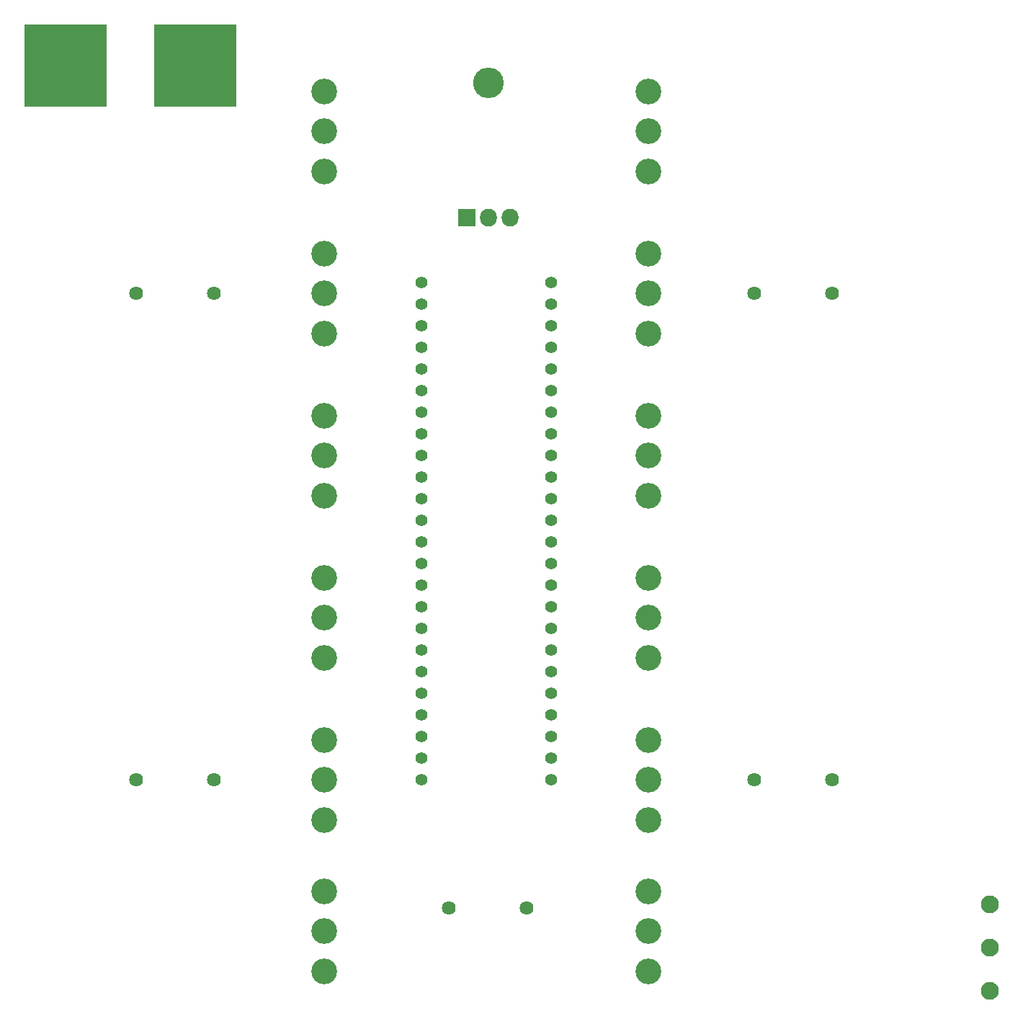
<source format=gbr>
G04 #@! TF.GenerationSoftware,KiCad,Pcbnew,(5.1.6)-1*
G04 #@! TF.CreationDate,2020-11-29T14:51:15-05:00*
G04 #@! TF.ProjectId,Launchbox,4c61756e-6368-4626-9f78-2e6b69636164,Launchbox*
G04 #@! TF.SameCoordinates,Original*
G04 #@! TF.FileFunction,Soldermask,Top*
G04 #@! TF.FilePolarity,Negative*
%FSLAX46Y46*%
G04 Gerber Fmt 4.6, Leading zero omitted, Abs format (unit mm)*
G04 Created by KiCad (PCBNEW (5.1.6)-1) date 2020-11-29 14:51:15*
%MOMM*%
%LPD*%
G01*
G04 APERTURE LIST*
%ADD10C,1.422400*%
%ADD11C,3.022600*%
%ADD12R,9.626600X9.626600*%
%ADD13C,1.625600*%
%ADD14O,3.601600X3.601600*%
%ADD15R,2.006600X2.101600*%
%ADD16O,2.006600X2.101600*%
%ADD17C,2.101600*%
G04 APERTURE END LIST*
D10*
X96095000Y-130795000D03*
X96095000Y-128255000D03*
X96095000Y-125715000D03*
X96095000Y-123175000D03*
X96095000Y-120635000D03*
X96095000Y-118095000D03*
X96095000Y-115555000D03*
X96095000Y-113015000D03*
X96095000Y-110475000D03*
X96095000Y-107935000D03*
X96095000Y-105395000D03*
X96095000Y-102855000D03*
X96095000Y-100315000D03*
X96095000Y-97775000D03*
X96095000Y-95235000D03*
X96095000Y-92695000D03*
X96095000Y-90155000D03*
X96095000Y-87615000D03*
X96095000Y-85075000D03*
X96095000Y-82535000D03*
X96095000Y-79995000D03*
X96095000Y-77455000D03*
X96095000Y-74915000D03*
X96095000Y-72375000D03*
X111335000Y-130795000D03*
X111335000Y-128255000D03*
X111335000Y-125715000D03*
X111335000Y-123175000D03*
X111335000Y-120635000D03*
X111335000Y-118095000D03*
X111335000Y-115555000D03*
X111335000Y-113015000D03*
X111335000Y-110475000D03*
X111335000Y-107935000D03*
X111335000Y-105395000D03*
X111335000Y-102855000D03*
X111335000Y-100315000D03*
X111335000Y-97775000D03*
X111335000Y-95235000D03*
X111335000Y-92695000D03*
X111335000Y-90155000D03*
X111335000Y-87615000D03*
X111335000Y-85075000D03*
X111335000Y-82535000D03*
X111335000Y-79995000D03*
X111335000Y-77455000D03*
X111335000Y-74915000D03*
X111335000Y-72375000D03*
D11*
X122765000Y-78344000D03*
X122765000Y-73645000D03*
X122765000Y-68946000D03*
D12*
X54275000Y-46835000D03*
X69515000Y-46835000D03*
D11*
X84665000Y-49896000D03*
X84665000Y-54595000D03*
X84665000Y-59294000D03*
X84665000Y-78344000D03*
X84665000Y-73645000D03*
X84665000Y-68946000D03*
X84665000Y-87996000D03*
X84665000Y-92695000D03*
X84665000Y-97394000D03*
X84665000Y-116444000D03*
X84665000Y-111745000D03*
X84665000Y-107046000D03*
X84665000Y-126096000D03*
X84665000Y-130795000D03*
X84665000Y-135494000D03*
X84665000Y-153274000D03*
X84665000Y-148575000D03*
X84665000Y-143876000D03*
X122765000Y-135494000D03*
X122765000Y-130795000D03*
X122765000Y-126096000D03*
X122765000Y-107046000D03*
X122765000Y-111745000D03*
X122765000Y-116444000D03*
X122765000Y-87996000D03*
X122765000Y-92695000D03*
X122765000Y-97394000D03*
X122765000Y-49896000D03*
X122765000Y-54595000D03*
X122765000Y-59294000D03*
X122765000Y-143876000D03*
X122765000Y-148575000D03*
X122765000Y-153274000D03*
D13*
X99321000Y-145835000D03*
X108465000Y-145835000D03*
X62611000Y-73660000D03*
X71755000Y-73660000D03*
X71755000Y-130810000D03*
X62611000Y-130810000D03*
X144399000Y-130810000D03*
X135255000Y-130810000D03*
X135255000Y-73660000D03*
X144399000Y-73660000D03*
D14*
X103980000Y-48910000D03*
D15*
X101440000Y-64710000D03*
D16*
X103980000Y-64710000D03*
X106520000Y-64710000D03*
D17*
X162965000Y-145400000D03*
X162965000Y-150480000D03*
X162965000Y-155560000D03*
M02*

</source>
